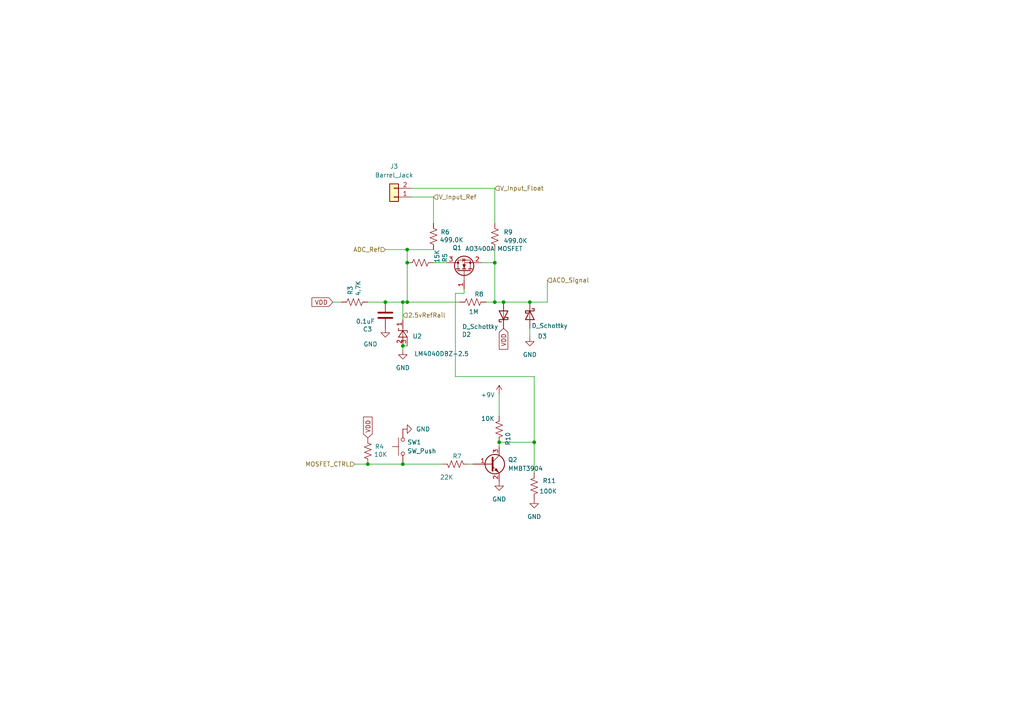
<source format=kicad_sch>
(kicad_sch (version 20250114) (generator "eeschema") (generator_version "9.0")
  (paper "A4")
  (lib_symbols
    (symbol "Connector_Generic:Conn_01x02" (pin_names (offset 1.016) (hide yes))
      (property "Reference" "J" (at 0 2.54 0))
      (property "Value" "Conn_01x02" (at 0 -5.08 0))
      (symbol "Conn_01x02_1_1"
        (rectangle (start -1.27 1.27) (end 1.27 -3.81) (stroke (width 0.254)) (fill (type background)))
        (rectangle (start -1.27 0.127) (end 0 -0.127) (stroke (width 0.1524)))
        (rectangle (start -1.27 -2.413) (end 0 -2.667) (stroke (width 0.1524)))
        (pin passive line (at -5.08 0 0) (length 3.81) (name "Pin_1") (number "1"))
        (pin passive line (at -5.08 -2.54 0) (length 3.81) (name "Pin_2") (number "2"))
      )
    )
    (symbol "Device:C" (pin_numbers (hide yes)) (pin_names (offset 0.254))
      (property "Reference" "C" (at 0.635 2.54 0))
      (property "Value" "C" (at 0.635 -2.54 0))
      (symbol "C_0_1"
        (polyline (pts (xy -2.032 0.762) (xy 2.032 0.762)) (stroke (width 0.508)))
        (polyline (pts (xy -2.032 -0.762) (xy 2.032 -0.762)) (stroke (width 0.508)))
      )
      (symbol "C_1_1"
        (pin passive line (at 0 3.81 270) (length 2.794) (name "~") (number "1"))
        (pin passive line (at 0 -3.81 90) (length 2.794) (name "~") (number "2"))
      )
    )
    (symbol "Device:D_Schottky" (pin_numbers (hide yes)) (pin_names (offset 1.016) (hide yes))
      (property "Reference" "D" (at 0 2.54 0))
      (property "Value" "D_Schottky" (at 0 -2.54 0))
      (symbol "D_Schottky_0_1"
        (polyline (pts (xy -1.905 0.635) (xy -1.905 1.27) (xy -1.27 1.27) (xy -1.27 -1.27) (xy -0.635 -1.27) (xy -0.635 -0.635)) (stroke (width 0.254)))
        (polyline (pts (xy 1.27 1.27) (xy 1.27 -1.27) (xy -1.27 0) (xy 1.27 1.27)) (stroke (width 0.254)))
        (polyline (pts (xy 1.27 0) (xy -1.27 0)))
      )
      (symbol "D_Schottky_1_1"
        (pin passive line (at -3.81 0 0) (length 2.54) (name "K") (number "1"))
        (pin passive line (at 3.81 0 180) (length 2.54) (name "A") (number "2"))
      )
    )
    (symbol "Device:R_US" (pin_numbers (hide yes)) (pin_names (offset 0))
      (property "Reference" "R" (at 2.54 0 90))
      (property "Value" "R_US" (at -2.54 0 90))
      (symbol "R_US_0_1"
        (polyline (pts (xy 0 2.286) (xy 0 2.54)))
        (polyline (pts (xy 0 2.286) (xy 1.016 1.905) (xy 0 1.524) (xy -1.016 1.143) (xy 0 0.762)))
        (polyline (pts (xy 0 0.762) (xy 1.016 0.381) (xy 0 0) (xy -1.016 -0.381) (xy 0 -0.762)))
        (polyline (pts (xy 0 -0.762) (xy 1.016 -1.143) (xy 0 -1.524) (xy -1.016 -1.905) (xy 0 -2.286)))
        (polyline (pts (xy 0 -2.286) (xy 0 -2.54)))
      )
      (symbol "R_US_1_1"
        (pin passive line (at 0 3.81 270) (length 1.27) (name "~") (number "1"))
        (pin passive line (at 0 -3.81 90) (length 1.27) (name "~") (number "2"))
      )
    )
    (symbol "Reference_Voltage:LM4040DBZ-2.5" (pin_names (offset 0.0254) (hide yes))
      (property "Reference" "U10" (at -1.778 7.112 90))
      (property "Value" "LM4040DBZ-2.5" (at -4.572 17.018 90))
      (symbol "LM4040DBZ-2.5_0_1"
        (polyline (pts (xy -1.27 0) (xy 0 0) (xy 1.27 0)))
        (polyline (pts (xy -1.27 -1.27) (xy 0.635 0) (xy -1.27 1.27) (xy -1.27 -1.27)) (stroke (width 0.2032)))
        (polyline (pts (xy 0 -1.27) (xy 0.635 -1.27) (xy 0.635 1.27) (xy 1.27 1.27)) (stroke (width 0.2032)))
      )
      (symbol "LM4040DBZ-2.5_1_1"
        (pin passive line (at -3.81 0 0) (length 2.54) (name "A") (number "2"))
        (pin input line (at -3.81 -1.27 0) (length 2.54) (name "nc_(gnd)") (number "3"))
        (pin passive line (at 3.81 0 180) (length 2.54) (name "K") (number "1"))
      )
    )
    (symbol "Switch:SW_Push" (pin_numbers (hide yes)) (pin_names (offset 1.016) (hide yes))
      (property "Reference" "SW" (at 1.27 2.54 0))
      (property "Value" "SW_Push" (at 0 -1.524 0))
      (symbol "SW_Push_0_1"
        (circle (center -2.032 0) (radius 0.508))
        (polyline (pts (xy 0 1.27) (xy 0 3.048)))
        (circle (center 2.032 0) (radius 0.508))
        (polyline (pts (xy 2.54 1.27) (xy -2.54 1.27)))
        (pin passive line (at -5.08 0 0) (length 2.54) (name "1") (number "1"))
        (pin passive line (at 5.08 0 180) (length 2.54) (name "2") (number "2"))
      )
    )
    (symbol "Transistor_BJT:MMBT3904" (pin_names (offset 0) (hide yes))
      (property "Reference" "Q" (at 5.08 1.905 0))
      (property "Value" "MMBT3904" (at 5.08 0 0))
      (symbol "MMBT3904_0_1"
        (polyline (pts (xy 0.635 1.905) (xy 0.635 -1.905) (xy 0.635 -1.905)) (stroke (width 0.508)))
        (polyline (pts (xy 0.635 0.635) (xy 2.54 2.54)))
        (polyline (pts (xy 0.635 -0.635) (xy 2.54 -2.54) (xy 2.54 -2.54)))
        (circle (center 1.27 0) (radius 2.8194) (stroke (width 0.254)))
        (polyline (pts (xy 1.27 -1.778) (xy 1.778 -1.27) (xy 2.286 -2.286) (xy 1.27 -1.778) (xy 1.27 -1.778)) (fill (type outline)))
      )
      (symbol "MMBT3904_1_1"
        (pin input line (at -5.08 0 0) (length 5.715) (name "B") (number "1"))
        (pin passive line (at 2.54 5.08 270) (length 2.54) (name "C") (number "3"))
        (pin passive line (at 2.54 -5.08 90) (length 2.54) (name "E") (number "2"))
      )
    )
    (symbol "Transistor_FET:DMG2302U" (pin_names (hide yes))
      (property "Reference" "Q" (at 5.08 1.905 0))
      (property "Value" "DMG2302U" (at 5.08 0 0))
      (symbol "DMG2302U_0_1"
        (polyline (pts (xy 0.254 1.905) (xy 0.254 -1.905)) (stroke (width 0.254)))
        (polyline (pts (xy 0.254 0) (xy -2.54 0)))
        (polyline (pts (xy 0.762 2.286) (xy 0.762 1.27)) (stroke (width 0.254)))
        (polyline (pts (xy 0.762 0.508) (xy 0.762 -0.508)) (stroke (width 0.254)))
        (polyline (pts (xy 0.762 -1.27) (xy 0.762 -2.286)) (stroke (width 0.254)))
        (polyline (pts (xy 0.762 -1.778) (xy 3.302 -1.778) (xy 3.302 1.778) (xy 0.762 1.778)))
        (polyline (pts (xy 1.016 0) (xy 2.032 0.381) (xy 2.032 -0.381) (xy 1.016 0)) (fill (type outline)))
        (circle (center 1.651 0) (radius 2.794) (stroke (width 0.254)))
        (polyline (pts (xy 2.54 2.54) (xy 2.54 1.778)))
        (circle (center 2.54 1.778) (radius 0.254) (fill (type outline)))
        (circle (center 2.54 -1.778) (radius 0.254) (fill (type outline)))
        (polyline (pts (xy 2.54 -2.54) (xy 2.54 0) (xy 0.762 0)))
        (polyline (pts (xy 2.794 0.508) (xy 2.921 0.381) (xy 3.683 0.381) (xy 3.81 0.254)))
        (polyline (pts (xy 3.302 0.381) (xy 2.921 -0.254) (xy 3.683 -0.254) (xy 3.302 0.381)))
      )
      (symbol "DMG2302U_1_1"
        (pin input line (at -5.08 0 0) (length 2.54) (name "G") (number "1"))
        (pin passive line (at 2.54 5.08 270) (length 2.54) (name "D") (number "3"))
        (pin passive line (at 2.54 -5.08 90) (length 2.54) (name "S") (number "2"))
      )
    )
    (symbol "power:+9V" (power) (pin_numbers (hide yes)) (pin_names (offset 0) (hide yes))
      (property "Value" "+9V" (at 0 3.556 0))
      (symbol "+9V_0_1"
        (polyline (pts (xy -0.762 1.27) (xy 0 2.54)))
        (polyline (pts (xy 0 2.54) (xy 0.762 1.27)))
        (polyline (pts (xy 0 0) (xy 0 2.54)))
      )
      (symbol "+9V_1_1"
        (pin power_in line (at 0 0 90) (length 0) (name "~") (number "1"))
      )
    )
    (symbol "power:GND" (power) (pin_names (offset 0))
      (property "Value" "GND" (at 0 -3.81 0))
      (symbol "GND_0_1"
        (polyline (pts (xy 0 0) (xy 0 -1.27) (xy 1.27 -1.27) (xy 0 -2.54) (xy -1.27 -1.27) (xy 0 -1.27)))
      )
      (symbol "GND_1_1"
        (pin power_in line (at 0 0 270) (length 0) (hide yes) (name "GND") (number "1"))
      )
    )
  )
  (junction (at 111.76 87.63))
  (junction (at 143.51 76.2))
  (junction (at 116.84 87.63))
  (junction (at 154.94 128.27))
  (junction (at 118.11 76.2))
  (junction (at 144.78 128.27))
  (junction (at 118.11 87.63))
  (junction (at 153.67 87.63))
  (junction (at 118.11 72.39))
  (junction (at 106.68 134.62))
  (junction (at 116.84 134.62))
  (junction (at 116.84 100.33))
  (junction (at 143.51 87.63))
  (junction (at 146.05 87.63))
  (wire (pts (xy 132.08 109.22) (xy 154.94 109.22)))
  (wire (pts (xy 144.78 120.65) (xy 144.78 114.3)))
  (wire (pts (xy 106.68 87.63) (xy 111.76 87.63)))
  (wire (pts (xy 153.67 95.25) (xy 153.67 97.79)))
  (wire (pts (xy 111.76 72.39) (xy 118.11 72.39)))
  (wire (pts (xy 116.84 92.71) (xy 116.84 87.63)))
  (wire (pts (xy 125.73 57.15) (xy 125.73 64.77)))
  (wire (pts (xy 125.73 76.2) (xy 129.54 76.2)))
  (wire (pts (xy 143.51 87.63) (xy 146.05 87.63)))
  (wire (pts (xy 132.08 85.09) (xy 132.08 109.22)))
  (wire (pts (xy 111.76 87.63) (xy 116.84 87.63)))
  (wire (pts (xy 154.94 109.22) (xy 154.94 128.27)))
  (wire (pts (xy 118.11 72.39) (xy 125.73 72.39)))
  (wire (pts (xy 158.75 81.28) (xy 158.75 87.63)))
  (wire (pts (xy 146.05 87.63) (xy 153.67 87.63)))
  (wire (pts (xy 106.68 134.62) (xy 116.84 134.62)))
  (wire (pts (xy 144.78 128.27) (xy 144.78 129.54)))
  (wire (pts (xy 137.16 134.62) (xy 135.89 134.62)))
  (wire (pts (xy 118.11 87.63) (xy 133.35 87.63)))
  (wire (pts (xy 102.87 134.62) (xy 106.68 134.62)))
  (wire (pts (xy 99.06 87.63) (xy 96.52 87.63)))
  (wire (pts (xy 153.67 87.63) (xy 158.75 87.63)))
  (wire (pts (xy 132.08 85.09) (xy 134.62 85.09)))
  (wire (pts (xy 116.84 134.62) (xy 128.27 134.62)))
  (wire (pts (xy 116.84 101.6) (xy 116.84 100.33)))
  (wire (pts (xy 116.84 87.63) (xy 118.11 87.63)))
  (wire (pts (xy 143.51 54.61) (xy 143.51 64.77)))
  (wire (pts (xy 143.51 72.39) (xy 143.51 76.2)))
  (wire (pts (xy 140.97 87.63) (xy 143.51 87.63)))
  (wire (pts (xy 116.84 100.33) (xy 118.11 100.33)))
  (wire (pts (xy 143.51 76.2) (xy 143.51 87.63)))
  (wire (pts (xy 154.94 128.27) (xy 144.78 128.27)))
  (wire (pts (xy 139.7 76.2) (xy 143.51 76.2)))
  (wire (pts (xy 119.38 57.15) (xy 125.73 57.15)))
  (wire (pts (xy 118.11 76.2) (xy 118.11 87.63)))
  (wire (pts (xy 118.11 72.39) (xy 118.11 76.2)))
  (wire (pts (xy 154.94 128.27) (xy 154.94 137.16)))
  (wire (pts (xy 119.38 54.61) (xy 143.51 54.61)))
  (wire (pts (xy 134.62 85.09) (xy 134.62 83.82)))
  (global_label "VDD" (shape input) (at 96.52 87.63 180) (property "Intersheetrefs" "${INTERSHEET_REFS}" (effects (hide yes))))
  (global_label "VDD" (shape input) (at 146.05 95.25 270) (property "Intersheetrefs" "${INTERSHEET_REFS}" (effects (hide yes))))
  (global_label "VDD" (shape input) (at 106.68 127 90) (property "Intersheetrefs" "${INTERSHEET_REFS}" (effects (hide yes))))
  (hierarchical_label "ADC_Ref" (shape input) (at 111.76 72.39 180))
  (hierarchical_label "V_Input_Float" (shape input) (at 143.51 54.61 0))
  (hierarchical_label "V_Input_Ref" (shape input) (at 125.73 57.15 0))
  (hierarchical_label "ACD_Signal" (shape input) (at 158.75 81.28 0))
  (hierarchical_label "2.5vRefRail" (shape input) (at 116.84 91.44 0))
  (hierarchical_label "MOSFET_CTRL" (shape input) (at 102.87 134.62 180))
  (symbol (lib_id "Device:R_US") (at 132.08 134.62 90) (mirror x) (unit 1)
    (property "Reference" "R7" (at 132.588 132.334 90))
    (property "Value" "22K" (at 129.54 138.43 90))
    (property "Footprint" "Resistor_SMD:R_0805_2012Metric_Pad1.20x1.40mm_HandSolder" (effects (hide yes)))
    (property "Description" "Resistor, US symbol" (effects (hide yes)))
    (property "Function" "BJTCurrentLimit1" (effects (hide yes)))
    (instances (project "VoltmeterFrontEnd_DualChannels" (path "" (reference "R7") (unit 1)) (path "" (reference "R16") (unit 1))))
  )
  (symbol (lib_id "Transistor_BJT:MMBT3904") (at 142.24 134.62 0) (unit 1)
    (property "Reference" "Q2" (at 147.32 133.3499 0) (effects (justify left)))
    (property "Value" "MMBT3904" (at 147.32 135.8899 0) (effects (justify left)))
    (property "Footprint" "Package_TO_SOT_SMD:SOT-23" (effects (hide yes)))
    (property "Datasheet" "https://www.onsemi.com/pdf/datasheet/pzt3904-d.pdf" (effects (hide yes)))
    (property "Description" "0.2A Ic, 40V Vce, Small Signal NPN Transistor, SOT-23" (effects (hide yes)))
    (property "ValueTemp" "MMBT3904" (effects (hide yes)))
    (property "Function" "Range Switch Control" (effects (hide yes)))
    (instances (project "VoltmeterFrontEnd_DualChannels" (path "" (reference "Q2") (unit 1)) (path "" (reference "Q4") (unit 1))))
  )
  (symbol (lib_id "Transistor_FET:DMG2302U") (at 134.62 78.74 90) (unit 1)
    (property "Reference" "Q1" (at 132.588 71.882 90))
    (property "Value" "AO3400A MOSFET" (at 143.256 72.136 90))
    (property "Footprint" "Package_TO_SOT_SMD:SOT-23" (effects (hide yes)))
    (property "Datasheet" "http://www.diodes.com/assets/Datasheets/DMG2302U.pdf" (effects (hide yes)))
    (property "Description" "4.2A Id, 20V Vds, N-Channel MOSFET, SOT-23" (effects (hide yes)))
    (property "Function" "R Circuit Range Switch" (effects (hide yes)))
    (instances (project "VoltmeterFrontEnd_DualChannels" (path "" (reference "Q1") (unit 1)) (path "" (reference "Q3") (unit 1))))
  )
  (symbol (lib_id "Device:R_US") (at 143.51 68.58 0) (unit 1)
    (property "Reference" "R9" (at 146.05 67.3099 0) (effects (justify left)))
    (property "Value" "499.0K" (at 146.05 69.8499 0) (effects (justify left)))
    (property "Footprint" "Resistor_SMD:R_0805_2012Metric_Pad1.20x1.40mm_HandSolder" (effects (hide yes)))
    (property "Description" "Resistor, US symbol" (effects (hide yes)))
    (property "ValueTemp" "75K" (effects (hide yes)))
    (property "Function" "V Signal Divider" (effects (hide yes)))
    (instances (project "VoltmeterFrontEnd_DualChannels" (path "" (reference "R9") (unit 1)) (path "" (reference "R18") (unit 1))))
  )
  (symbol (lib_id "Device:R_US") (at 102.87 87.63 90) (unit 1)
    (property "Reference" "R3" (at 101.6 85.598 0) (effects (justify left)))
    (property "Value" "4.7K" (at 103.886 85.852 0) (effects (justify left)))
    (property "Footprint" "Resistor_SMD:R_0805_2012Metric_Pad1.20x1.40mm_HandSolder" (effects (hide yes)))
    (property "Description" "Resistor, US symbol" (effects (hide yes)))
    (property "ValueTemp" "5K" (effects (hide yes)))
    (property "Function" "Current Limit" (effects (hide yes)))
    (instances (project "VoltmeterFrontEnd_DualChannels" (path "" (reference "R3") (unit 1)) (path "" (reference "R12") (unit 1))))
  )
  (symbol (lib_id "Device:D_Schottky") (at 153.67 91.44 270) (unit 1)
    (property "Reference" "D3" (at 155.956 97.536 90) (effects (justify left)))
    (property "Value" "D_Schottky" (at 154.178 94.488 90) (effects (justify left)))
    (property "Footprint" "Diode_SMD:D_SOD-123" (effects (hide yes)))
    (property "Description" "Schottky diode" (effects (hide yes)))
    (property "Function" "Overvoltage Proection" (effects (hide yes)))
    (instances (project "VoltmeterFrontEnd_DualChannels" (path "" (reference "D3") (unit 1)) (path "" (reference "D5") (unit 1))))
  )
  (symbol (lib_id "Device:R_US") (at 144.78 124.46 0) (mirror x) (unit 1)
    (property "Reference" "R10" (at 147.32 127.254 90))
    (property "Value" "10K" (at 141.478 121.412 0))
    (property "Footprint" "Resistor_SMD:R_0805_2012Metric_Pad1.20x1.40mm_HandSolder" (effects (hide yes)))
    (property "Description" "Resistor, US symbol" (effects (hide yes)))
    (property "Function" "BJTCurrentLimit2" (effects (hide yes)))
    (instances (project "VoltmeterFrontEnd_DualChannels" (path "" (reference "R10") (unit 1)) (path "" (reference "R19") (unit 1))))
  )
  (symbol (lib_id "Connector_Generic:Conn_01x02") (at 114.3 57.15 180) (unit 1)
    (property "Reference" "J3" (at 114.3 48.26 0))
    (property "Value" "Barrel_Jack" (at 114.3 50.8 0))
    (property "Footprint" "TerminalBlock_Phoenix:TerminalBlock_Phoenix_MKDS-3-2-5.08_1x02_P5.08mm_Horizontal" (effects (hide yes)))
    (property "Description" "Generic connector, single row, 01x02, script generated (kicad-library-utils/schlib/autogen/connector/)" (effects (hide yes)))
    (property "ValueTemp" "Barrel_Jack" (effects (hide yes)))
    (instances (project "VoltmeterFrontEnd_DualChannels" (path "" (reference "J3") (unit 1)) (path "" (reference "J4") (unit 1))))
  )
  (symbol (lib_id "Switch:SW_Push") (at 116.84 129.54 90) (unit 1)
    (property "Reference" "SW1" (at 118.11 128.2699 90) (effects (justify right)))
    (property "Value" "SW_Push" (at 118.11 130.8099 90) (effects (justify right)))
    (property "Footprint" "Button_Switch_SMD:SW_SPST_CK_RS282G05A3" (effects (hide yes)))
    (property "Description" "Push button switch, generic, two pins" (effects (hide yes)))
    (property "ValueTemp" "SW_Push" (effects (hide yes)))
    (instances (project "VoltmeterFrontEnd_DualChannels" (path "" (reference "SW1") (unit 1)) (path "" (reference "SW2") (unit 1))))
  )
  (symbol (lib_id "Device:R_US") (at 154.94 140.97 0) (mirror x) (unit 1)
    (property "Reference" "R11" (at 161.29 139.446 0) (effects (justify right)))
    (property "Value" "100K" (at 161.544 142.494 0) (effects (justify right)))
    (property "Footprint" "Resistor_SMD:R_0805_2012Metric_Pad1.20x1.40mm_HandSolder" (effects (hide yes)))
    (property "Description" "Resistor, US symbol" (effects (hide yes)))
    (property "Function" "MOSFET Bleeder1" (effects (hide yes)))
    (instances (project "VoltmeterFrontEnd_DualChannels" (path "" (reference "R11") (unit 1)) (path "" (reference "R20") (unit 1))))
  )
  (symbol (lib_id "Reference_Voltage:LM4040DBZ-2.5") (at 116.84 96.52 90) (unit 1)
    (property "Reference" "U2" (at 119.634 97.536 90) (effects (justify right)))
    (property "Value" "LM4040DBZ-2.5" (at 120.142 102.616 90) (effects (justify right)))
    (property "Footprint" "Package_TO_SOT_SMD:SOT-23" (effects (hide yes)))
    (property "Datasheet" "http://www.ti.com/lit/ds/symlink/lm4040-n.pdf" (effects (hide yes)))
    (property "Description" "2.500V Precision Micropower Shunt Voltage Reference, SOT-23" (effects (hide yes)))
    (property "Function" "V Reference Control" (effects (hide yes)))
    (instances (project "VoltmeterFrontEnd_DualChannels" (path "" (reference "U2") (unit 1)) (path "" (reference "U3") (unit 1))))
  )
  (symbol (lib_id "Device:R_US") (at 137.16 87.63 90) (unit 1)
    (property "Reference" "R8" (at 138.938 85.344 90))
    (property "Value" "1M" (at 137.414 90.424 90))
    (property "Footprint" "Resistor_SMD:R_0805_2012Metric_Pad1.20x1.40mm_HandSolder" (effects (hide yes)))
    (property "Description" "Resistor, US symbol" (effects (hide yes)))
    (property "Function" "V Bridge" (effects (hide yes)))
    (instances (project "VoltmeterFrontEnd_DualChannels" (path "" (reference "R8") (unit 1)) (path "" (reference "R17") (unit 1))))
  )
  (symbol (lib_id "Device:R_US") (at 106.68 130.81 0) (unit 1)
    (property "Reference" "R4" (at 108.712 129.54 0) (effects (justify left)))
    (property "Value" "10K" (at 108.458 131.826 0) (effects (justify left)))
    (property "Footprint" "Resistor_SMD:R_0805_2012Metric_Pad1.20x1.40mm_HandSolder" (effects (hide yes)))
    (property "Description" "Resistor, US symbol" (effects (hide yes)))
    (property "Function" "V Driver Pullup" (effects (hide yes)))
    (instances (project "VoltmeterFrontEnd_DualChannels" (path "" (reference "R4") (unit 1)) (path "" (reference "R13") (unit 1))))
  )
  (symbol (lib_id "Device:D_Schottky") (at 146.05 91.44 90) (unit 1)
    (property "Reference" "D2" (at 136.652 97.028 90) (effects (justify left)))
    (property "Value" "D_Schottky" (at 144.526 94.742 90) (effects (justify left)))
    (property "Footprint" "Diode_SMD:D_SOD-123" (effects (hide yes)))
    (property "Description" "Schottky diode" (effects (hide yes)))
    (property "Function" "Overvoltage Proection" (effects (hide yes)))
    (instances (project "VoltmeterFrontEnd_DualChannels" (path "" (reference "D2") (unit 1)) (path "" (reference "D4") (unit 1))))
  )
  (symbol (lib_id "Device:R_US") (at 121.92 76.2 270) (unit 1)
    (property "Reference" "R5" (at 129.032 73.406 0) (effects (justify left)))
    (property "Value" "15K" (at 126.746 72.39 0) (effects (justify left)))
    (property "Footprint" "Resistor_SMD:R_0805_2012Metric_Pad1.20x1.40mm_HandSolder" (effects (hide yes)))
    (property "Description" "Resistor, US symbol" (effects (hide yes)))
    (property "Function" "V REF Divider" (effects (hide yes)))
    (instances (project "VoltmeterFrontEnd_DualChannels" (path "" (reference "R5") (unit 1)) (path "" (reference "R14") (unit 1))))
  )
  (symbol (lib_id "Device:C") (at 111.76 91.44 180) (unit 1)
    (property "Reference" "C3" (at 107.95 95.504 0) (effects (justify left)))
    (property "Value" "0.1uF" (at 108.712 93.218 0) (effects (justify left)))
    (property "Footprint" "Capacitor_SMD:C_0805_2012Metric_Pad1.18x1.45mm_HandSolder" (effects (hide yes)))
    (property "Description" "Unpolarized capacitor" (effects (hide yes)))
    (property "Function" "Voltage Ref Smoothing" (effects (hide yes)))
    (instances (project "VoltmeterFrontEnd_DualChannels" (path "" (reference "C3") (unit 1)) (path "" (reference "C4") (unit 1))))
  )
  (symbol (lib_id "power:GND") (at 111.76 95.25 0) (unit 1)
    (property "Reference" "#PWR07" (effects (hide yes)))
    (property "Value" "GND" (at 107.442 99.822 0))
    (property "Description" "Power symbol creates a global label with name \"GND\" , ground" (effects (hide yes)))
    (instances (project "VoltmeterFrontEnd_DualChannels" (path "" (reference "#PWR07") (unit 1)) (path "" (reference "#PWR014") (unit 1))))
  )
  (symbol (lib_id "Device:R_US") (at 125.73 68.58 0) (unit 1)
    (property "Reference" "R6" (at 127.762 67.31 0) (effects (justify left)))
    (property "Value" "499.0K" (at 127.508 69.596 0) (effects (justify left)))
    (property "Footprint" "Resistor_SMD:R_0805_2012Metric_Pad1.20x1.40mm_HandSolder" (effects (hide yes)))
    (property "Description" "Resistor, US symbol" (effects (hide yes)))
    (property "Function" "V REF Divider" (effects (hide yes)))
    (instances (project "VoltmeterFrontEnd_DualChannels" (path "" (reference "R6") (unit 1)) (path "" (reference "R15") (unit 1))))
  )
  (symbol (lib_id "power:GND") (at 116.84 124.46 90) (unit 1)
    (property "Reference" "#PWR09" (effects (hide yes)))
    (property "Value" "GND" (at 120.65 124.4599 90) (effects (justify right)))
    (property "Description" "Power symbol creates a global label with name \"GND\" , ground" (effects (hide yes)))
    (instances (project "VoltmeterFrontEnd_DualChannels" (path "" (reference "#PWR09") (unit 1)) (path "" (reference "#PWR016") (unit 1))))
  )
  (symbol (lib_id "power:GND") (at 144.78 139.7 0) (mirror y) (unit 1)
    (property "Reference" "#PWR011" (effects (hide yes)))
    (property "Value" "GND" (at 144.78 144.78 0))
    (property "Description" "Power symbol creates a global label with name \"GND\" , ground" (effects (hide yes)))
    (instances (project "VoltmeterFrontEnd_DualChannels" (path "" (reference "#PWR011") (unit 1)) (path "" (reference "#PWR018") (unit 1))))
  )
  (symbol (lib_id "power:GND") (at 153.67 97.79 0) (unit 1)
    (property "Reference" "#PWR012" (effects (hide yes)))
    (property "Value" "GND" (at 153.67 102.87 0))
    (property "Description" "Power symbol creates a global label with name \"GND\" , ground" (effects (hide yes)))
    (instances (project "VoltmeterFrontEnd_DualChannels" (path "" (reference "#PWR012") (unit 1)) (path "" (reference "#PWR019") (unit 1))))
  )
  (symbol (lib_id "power:+9V") (at 144.78 114.3 0) (mirror y) (unit 1)
    (property "Reference" "#PWR010" (effects (hide yes)))
    (property "Value" "+9V" (at 143.51 114.554 0) (effects (justify left)))
    (property "Description" "Power symbol creates a global label with name \"+9V\"" (effects (hide yes)))
    (instances (project "VoltmeterFrontEnd_DualChannels" (path "" (reference "#PWR010") (unit 1)) (path "" (reference "#PWR017") (unit 1))))
  )
  (symbol (lib_id "power:GND") (at 154.94 144.78 0) (mirror y) (unit 1)
    (property "Reference" "#PWR013" (effects (hide yes)))
    (property "Value" "GND" (at 154.94 149.86 0))
    (property "Description" "Power symbol creates a global label with name \"GND\" , ground" (effects (hide yes)))
    (instances (project "VoltmeterFrontEnd_DualChannels" (path "" (reference "#PWR013") (unit 1)) (path "" (reference "#PWR020") (unit 1))))
  )
  (symbol (lib_id "power:GND") (at 116.84 101.6 0) (unit 1)
    (property "Reference" "#PWR08" (effects (hide yes)))
    (property "Value" "GND" (at 116.84 106.68 0))
    (property "Description" "Power symbol creates a global label with name \"GND\" , ground" (effects (hide yes)))
    (instances (project "VoltmeterFrontEnd_DualChannels" (path "" (reference "#PWR08") (unit 1)) (path "" (reference "#PWR015") (unit 1))))
  )
)
</source>
